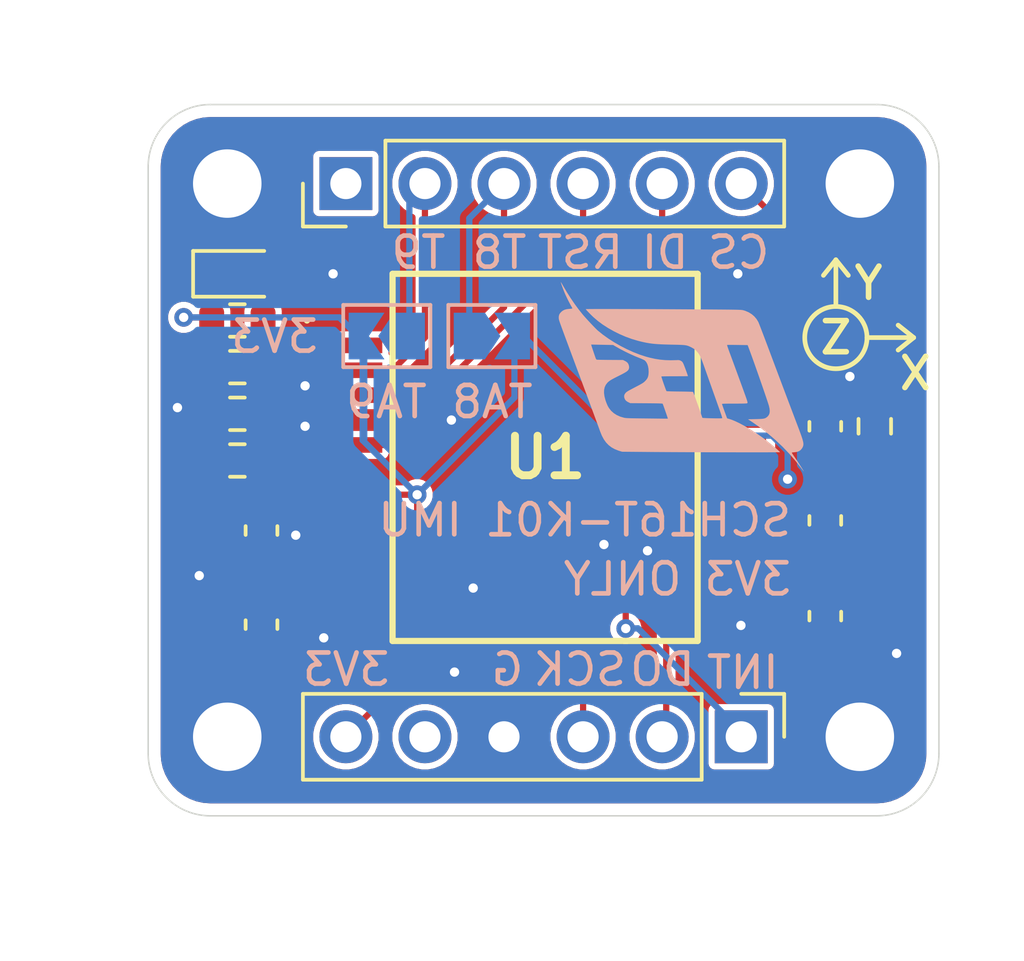
<source format=kicad_pcb>
(kicad_pcb (version 20241229) (generator "pcbnew") (generator_version "9.0")
  (layers (0 "F.Cu" signal) (2 "B.Cu" signal) (13 "F.Paste" user) (15 "B.Paste" user) (5 "F.SilkS" user "F.Silkscreen") (7 "B.SilkS" user "B.Silkscreen") (1 "F.Mask" user) (3 "B.Mask" user) (25 "Edge.Cuts" user))
  (net 0 "")
  (net 1 "GND")
  (net 2 "+3V3")
  (net 3 "Net-(U1-VREGD)")
  (net 4 "Net-(U1-VREGA)")
  (net 5 "Net-(D1-A)")
  (net 6 "/~{CS}")
  (net 7 "/RST")
  (net 8 "/TA9")
  (net 9 "/TA8")
  (net 10 "/MOSI")
  (net 13 "/DRY")
  (net 14 "/SCK")
  (net 15 "/MISO")
  (footprint "Resistor_SMD:R_0603_1608Metric" (layer "F.Cu") (at 25.725 55.2)
    (property "Reference" "R5" (hide yes))
    (property "Value" "1k" (hide yes))
    (fp_line (start -0.237258 -0.5225) (end 0.237258 -0.5225) (stroke (width 0.12)) (layer "F.SilkS"))
    (fp_line (start -0.237258 0.5225) (end 0.237258 0.5225) (stroke (width 0.12)) (layer "F.SilkS"))
    (pad "1" smd roundrect (at -0.825 0) (size 0.8 0.95) (layers "F.Cu" "F.Mask" "F.Paste") (net 2 "+3V3"))
    (pad "2" smd roundrect (at 0.825 0) (size 0.8 0.95) (layers "F.Cu" "F.Mask" "F.Paste") (net 5 "Net-(D1-A)"))
  )
  (footprint "Resistor_SMD:R_0603_1608Metric" (layer "F.Cu") (at 25.725 56.7 180)
    (property "Reference" "R4" (hide yes))
    (property "Value" "10k" (hide yes))
    (fp_line (start -0.237258 0.5225) (end 0.237258 0.5225) (stroke (width 0.12)) (layer "F.SilkS"))
    (fp_line (start -0.237258 -0.5225) (end 0.237258 -0.5225) (stroke (width 0.12)) (layer "F.SilkS"))
    (pad "1" smd roundrect (at -0.825 0 180) (size 0.8 0.95) (layers "F.Cu" "F.Mask" "F.Paste") (net 8 "/TA9"))
    (pad "2" smd roundrect (at 0.825 0 180) (size 0.8 0.95) (layers "F.Cu" "F.Mask" "F.Paste") (net 1 "GND"))
  )
  (footprint "MountingHole:MountingHole_2.2mm_M2_ISO7380_Pad" (layer "F.Cu") (at 45.72 50.8)
    (property "Reference" "H3" (hide yes))
    (property "Value" "MountingHole_Pad" (hide yes))
    (pad "1" thru_hole circle (at 0 0) (size 3.5 3.5) (drill 2.2) (layers "*.Cu" "*.Mask") (net 1 "GND"))
  )
  (footprint "FCU2025Lib:Untitled" (layer "F.Cu") (at 44.95 55.75)
    (property "Reference" "REF**" (hide yes))
    (property "Value" "Untitled" (hide yes))
    (fp_line (start 0 -2.5) (end -0.4 -2) (stroke (width 0.15)) (layer "F.SilkS"))
    (fp_line (start 0 -2.5) (end 0.4 -2) (stroke (width 0.15)) (layer "F.SilkS"))
    (fp_line (start 0 -1) (end 0 -2.5) (stroke (width 0.15)) (layer "F.SilkS"))
    (fp_line (start 1 0) (end 2.5 0) (stroke (width 0.15)) (layer "F.SilkS"))
    (fp_line (start 2.5 0) (end 2 -0.4) (stroke (width 0.15)) (layer "F.SilkS"))
    (fp_line (start 2.5 0) (end 2 0.4) (stroke (width 0.15)) (layer "F.SilkS"))
    (fp_circle (center 0 0) (end 1 0) (stroke (width 0.15)) (fill no) (layer "F.SilkS"))
    (fp_text user "Y" (at 1.05 -1.75 0) (layer "F.SilkS") (effects (font (thickness 0.18) (bold yes))))
    (fp_text user "Z" (at 0 0 0) (layer "F.SilkS") (effects (font (thickness 0.18) (bold yes))))
    (fp_text user "X" (at 2.55 1.15 0) (layer "F.SilkS") (effects (font (thickness 0.18) (bold yes))))
  )
  (footprint "MountingHole:MountingHole_2.2mm_M2_ISO7380_Pad" (layer "F.Cu") (at 45.72 68.58)
    (property "Reference" "H2" (hide yes))
    (property "Value" "MountingHole_Pad" (hide yes))
    (pad "1" thru_hole circle (at 0 0) (size 3.5 3.5) (drill 2.2) (layers "*.Cu" "*.Mask") (net 1 "GND"))
  )
  (footprint "Resistor_SMD:R_0603_1608Metric" (layer "F.Cu") (at 25.725 59.7)
    (property "Reference" "R2" (hide yes))
    (property "Value" "10k" (hide yes))
    (fp_line (start -0.237258 -0.5225) (end 0.237258 -0.5225) (stroke (width 0.12)) (layer "F.SilkS"))
    (fp_line (start -0.237258 0.5225) (end 0.237258 0.5225) (stroke (width 0.12)) (layer "F.SilkS"))
    (pad "1" smd roundrect (at -0.825 0) (size 0.8 0.95) (layers "F.Cu" "F.Mask" "F.Paste") (net 2 "+3V3"))
    (pad "2" smd roundrect (at 0.825 0) (size 0.8 0.95) (layers "F.Cu" "F.Mask" "F.Paste") (net 7 "/RST"))
  )
  (footprint "Connector_PinHeader_2.54mm:PinHeader_1x06_P2.54mm_Vertical" (layer "F.Cu") (at 29.21 50.8 90)
    (property "Reference" "J1" (hide yes))
    (property "Value" "Conn_01x06" (hide yes))
    (fp_line (start -1.38 -1.38) (end 0 -1.379999) (stroke (width 0.12)) (layer "F.SilkS"))
    (fp_line (start -1.379999 0) (end -1.38 -1.38) (stroke (width 0.12)) (layer "F.SilkS"))
    (fp_line (start 1.38 1.27) (end 1.38 14.08) (stroke (width 0.12)) (layer "F.SilkS"))
    (fp_line (start -1.38 1.27) (end 1.38 1.27) (stroke (width 0.12)) (layer "F.SilkS"))
    (fp_line (start -1.38 1.27) (end -1.38 14.08) (stroke (width 0.12)) (layer "F.SilkS"))
    (fp_line (start -1.38 14.08) (end 1.38 14.08) (stroke (width 0.12)) (layer "F.SilkS"))
    (pad "1" thru_hole rect (at 0 0 90) (size 1.7 1.7) (drill 1) (layers "*.Cu" "*.Mask"))
    (pad "2" thru_hole circle (at 0 2.54 90) (size 1.7 1.7) (drill 1) (layers "*.Cu" "*.Mask") (net 8 "/TA9"))
    (pad "3" thru_hole circle (at 0 5.079999 90) (size 1.7 1.7) (drill 1) (layers "*.Cu" "*.Mask") (net 9 "/TA8"))
    (pad "4" thru_hole circle (at 0 7.62 90) (size 1.7 1.7) (drill 1) (layers "*.Cu" "*.Mask") (net 7 "/RST"))
    (pad "5" thru_hole circle (at 0 10.16 90) (size 1.7 1.7) (drill 1) (layers "*.Cu" "*.Mask") (net 10 "/MOSI"))
    (pad "6" thru_hole circle (at 0 12.7 90) (size 1.7 1.7) (drill 1) (layers "*.Cu" "*.Mask") (net 6 "/~{CS}"))
  )
  (footprint "Connector_PinHeader_2.54mm:PinHeader_1x06_P2.54mm_Vertical" (layer "F.Cu") (at 41.91 68.58 -90)
    (property "Reference" "J2" (hide yes))
    (property "Value" "Conn_01x06" (hide yes))
    (fp_line (start -1.38 14.08) (end 1.38 14.08) (stroke (width 0.12)) (layer "F.SilkS"))
    (fp_line (start -1.38 1.27) (end -1.38 14.08) (stroke (width 0.12)) (layer "F.SilkS"))
    (fp_line (start -1.38 1.27) (end 1.38 1.27) (stroke (width 0.12)) (layer "F.SilkS"))
    (fp_line (start 1.38 1.27) (end 1.38 14.08) (stroke (width 0.12)) (layer "F.SilkS"))
    (fp_line (start -1.379999 0) (end -1.38 -1.38) (stroke (width 0.12)) (layer "F.SilkS"))
    (fp_line (start -1.38 -1.38) (end 0 -1.379999) (stroke (width 0.12)) (layer "F.SilkS"))
    (pad "1" thru_hole rect (at 0 0 270) (size 1.7 1.7) (drill 1) (layers "*.Cu" "*.Mask") (net 13 "/DRY"))
    (pad "2" thru_hole circle (at 0 2.54 270) (size 1.7 1.7) (drill 1) (layers "*.Cu" "*.Mask") (net 15 "/MISO"))
    (pad "3" thru_hole circle (at 0 5.079999 270) (size 1.7 1.7) (drill 1) (layers "*.Cu" "*.Mask") (net 14 "/SCK"))
    (pad "4" thru_hole circle (at 0 7.62 270) (size 1.7 1.7) (drill 1) (layers "*.Cu" "*.Mask") (net 1 "GND"))
    (pad "5" thru_hole circle (at 0 10.16 270) (size 1.7 1.7) (drill 1) (layers "*.Cu" "*.Mask"))
    (pad "6" thru_hole circle (at 0 12.7 270) (size 1.7 1.7) (drill 1) (layers "*.Cu" "*.Mask") (net 2 "+3V3"))
  )
  (footprint "Resistor_SMD:R_0603_1608Metric" (layer "F.Cu") (at 25.725 58.2 180)
    (property "Reference" "R3" (hide yes))
    (property "Value" "10k" (hide yes))
    (fp_line (start -0.237258 0.5225) (end 0.237258 0.5225) (stroke (width 0.12)) (layer "F.SilkS"))
    (fp_line (start -0.237258 -0.5225) (end 0.237258 -0.5225) (stroke (width 0.12)) (layer "F.SilkS"))
    (pad "1" smd roundrect (at -0.825 0 180) (size 0.8 0.95) (layers "F.Cu" "F.Mask" "F.Paste") (net 9 "/TA8"))
    (pad "2" smd roundrect (at 0.825 0 180) (size 0.8 0.95) (layers "F.Cu" "F.Mask" "F.Paste") (net 1 "GND"))
  )
  (footprint "Capacitor_SMD:C_0603_1608Metric" (layer "F.Cu") (at 44.61 64.7 -90)
    (property "Reference" "C4" (hide yes))
    (property "Value" "1uF" (hide yes))
    (fp_line (start -0.140581 0.51) (end 0.140581 0.51) (stroke (width 0.12)) (layer "F.SilkS"))
    (fp_line (start -0.140581 -0.51) (end 0.140581 -0.51) (stroke (width 0.12)) (layer "F.SilkS"))
    (pad "1" smd roundrect (at -0.775 0 270) (size 0.9 0.95) (layers "F.Cu" "F.Mask" "F.Paste") (net 3 "Net-(U1-VREGD)"))
    (pad "2" smd roundrect (at 0.775 0 270) (size 0.9 0.95) (layers "F.Cu" "F.Mask" "F.Paste") (net 1 "GND"))
  )
  (footprint "Resistor_SMD:R_0603_1608Metric" (layer "F.Cu") (at 46.2 58.6 90)
    (property "Reference" "R1" (hide yes))
    (property "Value" "10k" (hide yes))
    (fp_line (start -0.237258 -0.5225) (end 0.237258 -0.5225) (stroke (width 0.12)) (layer "F.SilkS"))
    (fp_line (start -0.237258 0.5225) (end 0.237258 0.5225) (stroke (width 0.12)) (layer "F.SilkS"))
    (pad "1" smd roundrect (at -0.825 0 90) (size 0.8 0.95) (layers "F.Cu" "F.Mask" "F.Paste") (net 2 "+3V3"))
    (pad "2" smd roundrect (at 0.825 0 90) (size 0.8 0.95) (layers "F.Cu" "F.Mask" "F.Paste") (net 6 "/~{CS}"))
  )
  (footprint "MountingHole:MountingHole_2.2mm_M2_ISO7380_Pad" (layer "F.Cu") (at 25.4 68.58)
    (property "Reference" "H1" (hide yes))
    (property "Value" "MountingHole_Pad" (hide yes))
    (pad "1" thru_hole circle (at 0 0) (size 3.5 3.5) (drill 2.2) (layers "*.Cu" "*.Mask") (net 1 "GND"))
  )
  (footprint "Capacitor_SMD:C_0603_1608Metric" (layer "F.Cu") (at 44.61 58.6 90)
    (property "Reference" "C3" (hide yes))
    (property "Value" "100nF" (hide yes))
    (fp_line (start -0.140581 -0.51) (end 0.140581 -0.51) (stroke (width 0.12)) (layer "F.SilkS"))
    (fp_line (start -0.140581 0.51) (end 0.140581 0.51) (stroke (width 0.12)) (layer "F.SilkS"))
    (pad "1" smd roundrect (at -0.775 0 90) (size 0.9 0.95) (layers "F.Cu" "F.Mask" "F.Paste") (net 2 "+3V3"))
    (pad "2" smd roundrect (at 0.775 0 90) (size 0.9 0.95) (layers "F.Cu" "F.Mask" "F.Paste") (net 1 "GND"))
  )
  (footprint "LED_SMD:LED_0603_1608Metric" (layer "F.Cu") (at 25.7875 53.7)
    (property "Reference" "D1" (hide yes))
    (property "Value" "LED" (hide yes))
    (fp_line (start -1.485 -0.735) (end -1.485 0.735) (stroke (width 0.12)) (layer "F.SilkS"))
    (fp_line (start -1.485 0.735) (end 0.8 0.735) (stroke (width 0.12)) (layer "F.SilkS"))
    (fp_line (start 0.8 -0.735) (end -1.485 -0.735) (stroke (width 0.12)) (layer "F.SilkS"))
    (pad "1" smd roundrect (at -0.7875 0) (size 0.875 0.95) (layers "F.Cu" "F.Mask" "F.Paste") (net 1 "GND"))
    (pad "2" smd roundrect (at 0.7875 0) (size 0.875 0.95) (layers "F.Cu" "F.Mask" "F.Paste") (net 5 "Net-(D1-A)"))
  )
  (footprint "Capacitor_SMD:C_0603_1608Metric" (layer "F.Cu") (at 26.5 64.975 -90)
    (property "Reference" "C5" (hide yes))
    (property "Value" "1uF" (hide yes))
    (fp_line (start -0.140581 0.51) (end 0.140581 0.51) (stroke (width 0.12)) (layer "F.SilkS"))
    (fp_line (start -0.140581 -0.51) (end 0.140581 -0.51) (stroke (width 0.12)) (layer "F.SilkS"))
    (pad "1" smd roundrect (at -0.775 0 270) (size 0.9 0.95) (layers "F.Cu" "F.Mask" "F.Paste") (net 4 "Net-(U1-VREGA)"))
    (pad "2" smd roundrect (at 0.775 0 270) (size 0.9 0.95) (layers "F.Cu" "F.Mask" "F.Paste") (net 1 "GND"))
  )
  (footprint "MountingHole:MountingHole_2.2mm_M2_ISO7380_Pad" (layer "F.Cu") (at 25.4 50.8)
    (property "Reference" "H4" (hide yes))
    (property "Value" "MountingHole_Pad" (hide yes))
    (pad "1" thru_hole circle (at 0 0) (size 3.5 3.5) (drill 2.2) (layers "*.Cu" "*.Mask") (net 1 "GND"))
  )
  (footprint "Capacitor_SMD:C_0603_1608Metric" (layer "F.Cu") (at 26.5 61.95 -90)
    (property "Reference" "C2" (hide yes))
    (property "Value" "100nF" (hide yes))
    (fp_line (start -0.140581 0.51) (end 0.140581 0.51) (stroke (width 0.12)) (layer "F.SilkS"))
    (fp_line (start -0.140581 -0.51) (end 0.140581 -0.51) (stroke (width 0.12)) (layer "F.SilkS"))
    (pad "1" smd roundrect (at -0.775 0 270) (size 0.9 0.95) (layers "F.Cu" "F.Mask" "F.Paste") (net 2 "+3V3"))
    (pad "2" smd roundrect (at 0.775 0 270) (size 0.9 0.95) (layers "F.Cu" "F.Mask" "F.Paste") (net 1 "GND"))
  )
  (footprint "FCU2025Lib:SCH16TK011" (layer "F.Cu") (at 35.61 59.6)
    (property "Reference" "U1" (at 0 0 0) (layer "F.SilkS") (effects (font (size 1.27 1.27) (thickness 0.254))))
    (property "Value" "SCH16T-K01-1" (hide yes))
    (fp_line (start -7.7 -4.4) (end -7.7 -4.4) (stroke (width 0.1)) (layer "F.SilkS"))
    (fp_line (start -7.6 -4.4) (end -7.6 -4.4) (stroke (width 0.1)) (layer "F.SilkS"))
    (fp_line (start -4.9 -5.9) (end 4.9 -5.9) (stroke (width 0.2)) (layer "F.SilkS"))
    (fp_line (start -4.9 5.9) (end -4.9 -5.9) (stroke (width 0.2)) (layer "F.SilkS"))
    (fp_line (start 4.9 -5.9) (end 4.9 5.9) (stroke (width 0.2)) (layer "F.SilkS"))
    (fp_line (start 4.9 5.9) (end -4.9 5.9) (stroke (width 0.2)) (layer "F.SilkS"))
    (fp_arc (start -7.7 -4.4) (mid -7.65 -4.45) (end -7.6 -4.4) (stroke (width 0.1)) (layer "F.SilkS"))
    (fp_arc (start -7.6 -4.4) (mid -7.649999 -4.35) (end -7.7 -4.4) (stroke (width 0.1)) (layer "F.SilkS"))
    (pad "1" smd rect (at -6.165 -4.4 90) (size 0.5 1.87) (layers "F.Cu" "F.Mask" "F.Paste") (net 1 "GND"))
    (pad "2" smd rect (at -6.165 -3.6 90) (size 0.5 1.87) (layers "F.Cu" "F.Mask" "F.Paste"))
    (pad "3" smd rect (at -6.165 -2.8 90) (size 0.5 1.87) (layers "F.Cu" "F.Mask" "F.Paste") (net 8 "/TA9"))
    (pad "4" smd rect (at -6.165 -2 90) (size 0.5 1.87) (layers "F.Cu" "F.Mask" "F.Paste") (net 9 "/TA8"))
    (pad "5" smd rect (at -6.165 -1.2 90) (size 0.5 1.87) (layers "F.Cu" "F.Mask" "F.Paste") (net 1 "GND"))
    (pad "6" smd rect (at -6.165 -0.4 90) (size 0.5 1.87) (layers "F.Cu" "F.Mask" "F.Paste") (net 7 "/RST"))
    (pad "7" smd rect (at -6.165 0.4 90) (size 0.5 1.87) (layers "F.Cu" "F.Mask" "F.Paste") (net 1 "GND"))
    (pad "8" smd rect (at -6.165 1.2 90) (size 0.5 1.87) (layers "F.Cu" "F.Mask" "F.Paste") (net 2 "+3V3"))
    (pad "9" smd rect (at -6.165 2 90) (size 0.5 1.87) (layers "F.Cu" "F.Mask" "F.Paste") (net 1 "GND"))
    (pad "10" smd rect (at -6.165 2.8 90) (size 0.5 1.87) (layers "F.Cu" "F.Mask" "F.Paste") (net 4 "Net-(U1-VREGA)"))
    (pad "11" smd rect (at -6.165 3.6 90) (size 0.5 1.87) (layers "F.Cu" "F.Mask" "F.Paste") (net 4 "Net-(U1-VREGA)"))
    (pad "12" smd rect (at -6.165 4.4 90) (size 0.5 1.87) (layers "F.Cu" "F.Mask" "F.Paste") (net 1 "GND"))
    (pad "13" smd rect (at 6.165 4.4 90) (size 0.5 1.87) (layers "F.Cu" "F.Mask" "F.Paste") (net 1 "GND"))
    (pad "14" smd rect (at 6.165 3.6 90) (size 0.5 1.87) (layers "F.Cu" "F.Mask" "F.Paste") (net 3 "Net-(U1-VREGD)"))
    (pad "15" smd rect (at 6.165 2.8 90) (size 0.5 1.87) (layers "F.Cu" "F.Mask" "F.Paste") (net 3 "Net-(U1-VREGD)"))
    (pad "16" smd rect (at 6.165 2 90) (size 0.5 1.87) (layers "F.Cu" "F.Mask" "F.Paste") (net 1 "GND"))
    (pad "17" smd rect (at 6.165 1.2 90) (size 0.5 1.87) (layers "F.Cu" "F.Mask" "F.Paste") (net 2 "+3V3"))
    (pad "18" smd rect (at 6.165 0.4 90) (size 0.5 1.87) (layers "F.Cu" "F.Mask" "F.Paste") (net 2 "+3V3"))
    (pad "19" smd rect (at 6.165 -0.4 90) (size 0.5 1.87) (layers "F.Cu" "F.Mask" "F.Paste") (net 15 "/MISO"))
    (pad "20" smd rect (at 6.165 -1.2 90) (size 0.5 1.87) (layers "F.Cu" "F.Mask" "F.Paste") (net 13 "/DRY"))
    (pad "21" smd rect (at 6.165 -2 90) (size 0.5 1.87) (layers "F.Cu" "F.Mask" "F.Paste") (net 14 "/SCK"))
    (pad "22" smd rect (at 6.165 -2.8 90) (size 0.5 1.87) (layers "F.Cu" "F.Mask" "F.Paste") (net 6 "/~{CS}"))
    (pad "23" smd rect (at 6.165 -3.6 90) (size 0.5 1.87) (layers "F.Cu" "F.Mask" "F.Paste") (net 10 "/MOSI"))
    (pad "24" smd rect (at 6.165 -4.4 90) (size 0.5 1.87) (layers "F.Cu" "F.Mask" "F.Paste") (net 1 "GND"))
  )
  (footprint "Capacitor_SMD:C_0603_1608Metric" (layer "F.Cu") (at 44.61 61.625 -90)
    (property "Reference" "C1" (hide yes))
    (property "Value" "1uF" (hide yes))
    (fp_line (start -0.140581 0.51) (end 0.140581 0.51) (stroke (width 0.12)) (layer "F.SilkS"))
    (fp_line (start -0.140581 -0.51) (end 0.140581 -0.51) (stroke (width 0.12)) (layer "F.SilkS"))
    (pad "1" smd roundrect (at -0.775 0 270) (size 0.9 0.95) (layers "F.Cu" "F.Mask" "F.Paste") (net 2 "+3V3"))
    (pad "2" smd roundrect (at 0.775 0 270) (size 0.9 0.95) (layers "F.Cu" "F.Mask" "F.Paste") (net 1 "GND"))
  )
  (footprint "Jumper:SolderJumper-2_P1.3mm_Open_TrianglePad1.0x1.5mm" (layer "B.Cu") (at 33.9 55.7)
    (property "Reference" "JP1" (hide yes))
    (property "Value" "SolderJumper_2_Open" (hide yes))
    (fp_line (start -1.4 -1) (end -1.4 1) (stroke (width 0.12)) (layer "B.SilkS"))
    (fp_line (start -1.4 1) (end 1.4 1) (stroke (width 0.12)) (layer "B.SilkS"))
    (fp_line (start 1.4 -1) (end -1.4 -1) (stroke (width 0.12)) (layer "B.SilkS"))
    (fp_line (start 1.4 1) (end 1.4 -1) (stroke (width 0.12)) (layer "B.SilkS"))
    (pad "1" smd custom (at -0.725 0) (size 0.3 0.3) (layers "B.Cu" "B.Mask") (net 9 "/TA8") (options (clearance outline) (anchor rect)) (primitives (gr_poly (pts (xy 1 0) (xy 0.5 -0.75) (xy -0.5 -0.75) (xy -0.5 0.75) (xy 0.5 0.75)) (width 0) (fill yes))))
    (pad "2" smd custom (at 0.725 0) (size 0.3 0.3) (layers "B.Cu" "B.Mask") (net 2 "+3V3") (options (clearance outline) (anchor rect)) (primitives (gr_poly (pts (xy 0.5 -0.75) (xy -0.65 -0.75) (xy -0.15 0) (xy -0.65 0.75) (xy 0.5 0.75)) (width 0) (fill yes))))
  )
  (footprint "LOGO" (layer "B.Cu") (at 40.1 57.1 180)
    (property "Reference" "G***" (hide yes))
    (property "Value" "LOGO" (hide yes))
    (fp_poly (pts (xy 3.986397 3.127194) (xy 3.979752 3.103631) (xy 3.968186 3.068048) (xy 3.952809 3.023526) (xy 3.934723 2.973155) (xy 3.915033 2.920014) (xy 3.894848 2.867191) (xy 3.875271 2.817769) (xy 3.858954 2.778435) (xy 3.8324 2.718683) (xy 3.799943 2.649362) (xy 3.764128 2.575602) (xy 3.727504 2.502538) (xy 3.692616 2.435301) (xy 3.662012 2.379023) (xy 3.652542 2.36245) (xy 3.634458 2.330252) (xy 3.621059 2.304288) (xy 3.614796 2.289358) (xy 3.614615 2.288159) (xy 3.623681 2.283789) (xy 3.648088 2.279366) (xy 3.683652 2.275525) (xy 3.709865 2.273693) (xy 3.791455 2.264775) (xy 3.858897 2.247232) (xy 3.916207 2.219637) (xy 3.964709 2.183006) (xy 4.010617 2.134009) (xy 4.038989 2.083603) (xy 4.051622 2.027559) (xy 4.051791 1.978401) (xy 4.051059 1.96731) (xy 4.050234 1.957004) (xy 4.048926 1.946368) (xy 4.046743 1.934287) (xy 4.043296 1.919646) (xy 4.038194 1.90133) (xy 4.031046 1.878224) (xy 4.021462 1.849213) (xy 4.009051 1.813182) (xy 3.993423 1.769016) (xy 3.974187 1.715602) (xy 3.950953 1.651821) (xy 3.92333 1.576562) (xy 3.890928 1.488707) (xy 3.853356 1.387144) (xy 3.810224 1.270755) (xy 3.761141 1.138428) (xy 3.705716 0.989046) (xy 3.697594 0.967154) (xy 3.668647 0.889205) (xy 3.634408 0.797126) (xy 3.596431 0.695093) (xy 3.556271 0.587276) (xy 3.515482 0.477846) (xy 3.475616 0.370976) (xy 3.438229 0.270837) (xy 3.435589 0.26377) (xy 3.376014 0.104167) (xy 3.315797 -0.057406) (xy 3.255477 -0.219492) (xy 3.195591 -0.380636) (xy 3.136678 -0.53938) (xy 3.079276 -0.694269) (xy 3.023924 -0.843843) (xy 2.971158 -0.98665) (xy 2.921519 -1.121231) (xy 2.875543 -1.246131) (xy 2.833769 -1.359891) (xy 2.796736 -1.461058) (xy 2.764981 -1.548172) (xy 2.739042 -1.619779) (xy 2.720839 -1.670538) (xy 2.666428 -1.804082) (xy 2.603886 -1.92049) (xy 2.532137 -2.020848) (xy 2.450105 -2.106239) (xy 2.356715 -2.17775) (xy 2.250891 -2.236464) (xy 2.131556 -2.283467) (xy 2.104498 -2.292006) (xy 2.017346 -2.318433) (xy 1.138115 -2.325981) (xy 1.017285 -2.326953) (xy 0.885496 -2.327893) (xy 0.74378 -2.3288) (xy 0.593173 -2.329671) (xy 0.434708 -2.330505) (xy 0.26942 -2.3313) (xy 0.098344 -2.332054) (xy -0.077488 -2.332765) (xy -0.257039 -2.333431) (xy -0.439277 -2.334051) (xy -0.623167 -2.334623) (xy -0.807675 -2.335144) (xy -0.991767 -2.335613) (xy -1.174408 -2.336029) (xy -1.354564 -2.336388) (xy -1.531201 -2.33669) (xy -1.703285 -2.336933) (xy -1.869781 -2.337114) (xy -2.029656 -2.337233) (xy -2.181874 -2.337286) (xy -2.325402 -2.337271) (xy -2.459206 -2.33719) (xy -2.582251 -2.337038) (xy -2.693504 -2.336813) (xy -2.791931 -2.336514) (xy -2.876493 -2.336138) (xy -2.946162 -2.335685) (xy -2.999901 -2.335153) (xy -3.036676 -2.334538) (xy -3.055453 -2.333841) (xy -3.05777 -2.333468) (xy -3.050471 -2.323021) (xy -3.029926 -2.302113) (xy -2.998159 -2.272468) (xy -2.957193 -2.235813) (xy -2.909057 -2.193875) (xy -2.855772 -2.148377) (xy -2.799364 -2.101047) (xy -2.741857 -2.053609) (xy -2.685278 -2.00779) (xy -2.631647 -1.965315) (xy -2.582995 -1.927911) (xy -2.574193 -1.921305) (xy -2.432166 -1.818099) (xy -2.289578 -1.720046) (xy -2.148255 -1.628191) (xy -2.010029 -1.54358) (xy -1.876723 -1.467259) (xy -1.750167 -1.400272) (xy -1.632187 -1.343668) (xy -1.524612 -1.298488) (xy -1.429269 -1.265781) (xy -1.427777 -1.265343) (xy -1.388095 -1.253717) (xy 0.547077 -1.253717) (xy 0.556398 -1.254469) (xy 0.58257 -1.254897) (xy 0.622913 -1.255001) (xy 0.674742 -1.254784) (xy 0.735373 -1.254242) (xy 0.779096 -1.253705) (xy 0.840869 -1.252907) (xy 0.918545 -1.251967) (xy 1.008492 -1.250926) (xy 1.107075 -1.249825) (xy 1.210662 -1.248704) (xy 1.315616 -1.247604) (xy 1.418306 -1.246562) (xy 1.445846 -1.246291) (xy 1.554916 -1.245108) (xy 1.646355 -1.243836) (xy 1.722068 -1.242399) (xy 1.78396 -1.240719) (xy 1.833939 -1.238721) (xy 1.873912 -1.236327) (xy 1.905784 -1.233461) (xy 1.931461 -1.230046) (xy 1.952849 -1.226006) (xy 1.953298 -1.225907) (xy 2.076247 -1.190244) (xy 2.18708 -1.140727) (xy 2.284921 -1.07798) (xy 2.368891 -1.002631) (xy 2.438113 -0.915305) (xy 2.473624 -0.854677) (xy 2.495621 -0.807696) (xy 2.519325 -0.750101) (xy 2.541462 -0.690172) (xy 2.554805 -0.649523) (xy 2.584261 -0.532265) (xy 2.59754 -0.425713) (xy 2.594595 -0.329545) (xy 2.575383 -0.243444) (xy 2.539857 -0.167089) (xy 2.487971 -0.100163) (xy 2.474574 -0.086879) (xy 2.451774 -0.066307) (xy 2.427245 -0.046748) (xy 2.398726 -0.026865) (xy 2.363952 -0.005327) (xy 2.320659 0.019201) (xy 2.266584 0.048054) (xy 2.199463 0.082561) (xy 2.117033 0.12406) (xy 2.11378 0.125686) (xy 2.031567 0.167312) (xy 1.965311 0.202268) (xy 1.913158 0.231903) (xy 1.873248 0.257562) (xy 1.843724 0.280595) (xy 1.822728 0.302347) (xy 1.808401 0.324167) (xy 1.798885 0.347401) (xy 1.796434 0.355795) (xy 1.790652 0.39533) (xy 1.795496 0.438957) (xy 1.796806 0.445046) (xy 1.814814 0.499963) (xy 1.843203 0.542696) (xy 1.885418 0.577459) (xy 1.921767 0.597705) (xy 1.987573 0.630116) (xy 2.398113 0.632602) (xy 2.486516 0.633246) (xy 2.569383 0.634058) (xy 2.644557 0.635001) (xy 2.709879 0.63604) (xy 2.763192 0.637137) (xy 2.802338 0.638256) (xy 2.825159 0.639362) (xy 2.829723 0.639886) (xy 2.845202 0.649559) (xy 2.859466 0.673063) (xy 2.870372 0.700901) (xy 2.893663 0.76817) (xy 2.917003 0.836302) (xy 2.939421 0.902386) (xy 2.959943 0.963516) (xy 2.977598 1.016786) (xy 2.991412 1.059287) (xy 3.000416 1.088112) (xy 3.003214 1.098085) (xy 3.010042 1.126437) (xy 2.657455 1.11939) (xy 2.304868 1.112342) (xy 2.23006 1.068114) (xy 2.079079 0.982738) (xy 1.918381 0.898948) (xy 1.754255 0.819796) (xy 1.592991 0.748338) (xy 1.466498 0.697319) (xy 1.41348 0.67615) (xy 1.364587 0.655033) (xy 1.323828 0.635816) (xy 1.295214 0.62035) (xy 1.286049 0.614067) (xy 1.243731 0.567443) (xy 1.209536 0.50534) (xy 1.184302 0.430407) (xy 1.168865 0.345292) (xy 1.164063 0.252646) (xy 1.164586 0.229577) (xy 1.170241 0.156032) (xy 1.182565 0.096341) (xy 1.203711 0.045347) (xy 1.235831 -0.002105) (xy 1.281081 -0.051172) (xy 1.282358 -0.052425) (xy 1.302129 -0.070922) (xy 1.323029 -0.088254) (xy 1.347382 -0.105831) (xy 1.377508 -0.12506) (xy 1.41573 -0.147349) (xy 1.46437 -0.174108) (xy 1.52575 -0.206743) (xy 1.602192 -0.246664) (xy 1.605385 -0.248322) (xy 1.683448 -0.289114) (xy 1.746043 -0.322464) (xy 1.795215 -0.349596) (xy 1.83301 -0.371733) (xy 1.861473 -0.390099) (xy 1.882651 -0.405916) (xy 1.898585 -0.420406) (xy 1.905387 -0.42772) (xy 1.937528 -0.473939) (xy 1.951449 -0.520789) (xy 1.948158 -0.572318) (xy 1.944982 -0.585598) (xy 1.924109 -0.637836) (xy 1.890871 -0.679587) (xy 1.842359 -0.714085) (xy 1.818137 -0.726525) (xy 1.753577 -0.757115) (xy 1.23872 -0.760432) (xy 1.119074 -0.761306) (xy 1.01771 -0.762289) (xy 0.93337 -0.763417) (xy 0.864797 -0.764727) (xy 0.810734 -0.766258) (xy 0.769925 -0.768046) (xy 0.741113 -0.770128) (xy 0.723039 -0.772541) (xy 0.714448 -0.775323) (xy 0.713723 -0.775967) (xy 0.708796 -0.787086) (xy 0.698674 -0.813645) (xy 0.684426 -0.852576) (xy 0.667123 -0.900813) (xy 0.647834 -0.955288) (xy 0.627629 -1.012934) (xy 0.607578 -1.070685) (xy 0.588751 -1.125472) (xy 0.572218 -1.17423) (xy 0.559048 -1.213891) (xy 0.550311 -1.241387) (xy 0.547078 -1.253652) (xy 0.547077 -1.253717) (xy -1.388095 -1.253717) (xy -1.355977 -1.244306) (xy -1.274211 -1.020249) (xy -1.251477 -0.957505) (xy -1.231149 -0.900537) (xy -1.214153 -0.852012) (xy -1.201413 -0.814593) (xy -1.193856 -0.790947) (xy -1.192145 -0.78398) (xy -1.196022 -0.780828) (xy -1.208788 -0.77823) (xy -1.231894 -0.776141) (xy -1.26679 -0.774517) (xy -1.314927 -0.773314) (xy -1.377755 -0.772487) (xy -1.456725 -0.771991) (xy -1.553289 -0.771782) (xy -1.590431 -0.77177) (xy -1.69678 -0.771611) (xy -1.784868 -0.771113) (xy -1.855971 -0.770239) (xy -1.911363 -0.768953) (xy -1.95232 -0.767217) (xy -1.980118 -0.764995) (xy -1.996031 -0.762253) (xy -2.000739 -0.760046) (xy -2.004708 -0.756493) (xy -2.008217 -0.753299) (xy -2.010916 -0.749411) (xy -2.012456 -0.743774) (xy -2.012486 -0.735337) (xy -2.010658 -0.723046) (xy -2.00662 -0.705847) (xy -2.000025 -0.682687) (xy -1.990521 -0.652514) (xy -1.97776 -0.614274) (xy -1.961391 -0.566914) (xy -1.941065 -0.50938) (xy -1.916433 -0.440619) (xy -1.887144 -0.359579) (xy -1.852849 -0.265206) (xy -1.813198 -0.156447) (xy -1.767842 -0.032248) (xy -1.716431 0.108443) (xy -1.67217 0.229577) (xy -1.637127 0.325363) (xy -1.600449 0.42538) (xy -1.56349 0.525952) (xy -1.527601 0.623408) (xy -1.494137 0.714072) (xy -1.46445 0.794273) (xy -1.439893 0.860334) (xy -1.436759 0.868736) (xy -1.413144 0.93295) (xy -1.392455 0.991063) (xy -1.375516 1.040607) (xy -1.363148 1.079118) (xy -1.356175 1.10413) (xy -1.355244 1.113104) (xy -1.366485 1.11433) (xy -1.394929 1.115171) (xy -1.438243 1.115623) (xy -1.494094 1.115682) (xy -1.56015 1.11534) (xy -1.634078 1.114595) (xy -1.689215 1.11383) (xy -2.015623 1.108808) (xy -2.063206 0.981808) (xy -2.091541 0.905467) (xy -2.123758 0.817413) (xy -2.159276 0.719319) (xy -2.19751 0.61286) (xy -2.237881 0.499707) (xy -2.279804 0.381535) (xy -2.322696 0.260017) (xy -2.365975 0.136827) (xy -2.409059 0.013634) (xy -2.451365 -0.107882) (xy -2.492311 -0.226054) (xy -2.531313 -0.339203) (xy -2.56779 -0.44566) (xy -2.601159 -0.54375) (xy -2.630837 -0.6318) (xy -2.656242 -0.708136) (xy -2.67679 -0.771087) (xy -2.691901 -0.818977) (xy -2.700934 -0.849923) (xy -2.720023 -0.93924) (xy -2.725965 -1.015424) (xy -2.718522 -1.080008) (xy -2.697458 -1.134524) (xy -2.662534 -1.180504) (xy -2.64765 -1.194303) (xy -2.623385 -1.214025) (xy -2.60006 -1.22968) (xy -2.575004 -1.2418) (xy -2.545545 -1.250919) (xy -2.509014 -1.257572) (xy -2.462738 -1.262291) (xy -2.404048 -1.26561) (xy -2.330272 -1.268062) (xy -2.271346 -1.269481) (xy -2.027116 -1.274885) (xy -2.173654 -1.37125) (xy -2.425271 -1.546644) (xy -2.671767 -1.738065) (xy -2.910674 -1.943202) (xy -3.139524 -2.159749) (xy -3.35585 -2.385395) (xy -3.557183 -2.617833) (xy -3.699613 -2.798883) (xy -3.7441 -2.857757) (xy -3.777676 -2.901573) (xy -3.800934 -2.931066) (xy -3.81447 -2.946969) (xy -3.818878 -2.950016) (xy -3.814755 -2.940941) (xy -3.814533 -2.940538) (xy -3.791467 -2.900773) (xy -3.759452 -2.848341) (xy -3.720679 -2.786625) (xy -3.677336 -2.71901) (xy -3.631615 -2.648882) (xy -3.585705 -2.579624) (xy -3.541795 -2.514622) (xy -3.502076 -2.45726) (xy -3.499376 -2.453429) (xy -3.47291 -2.414841) (xy -3.451867 -2.382036) (xy -3.438188 -2.358207) (xy -3.433818 -2.346548) (xy -3.434041 -2.346087) (xy -3.445955 -2.34268) (xy -3.472512 -2.338833) (xy -3.508846 -2.335196) (xy -3.524945 -2.333952) (xy -3.603502 -2.322318) (xy -3.667785 -2.298805) (xy -3.719956 -2.262101) (xy -3.762179 -2.210891) (xy -3.780636 -2.178651) (xy -3.792888 -2.151778) (xy -3.801596 -2.124532) (xy -3.806388 -2.095221) (xy -3.806896 -2.06215) (xy -3.802751 -2.023624) (xy -3.793583 -1.977951) (xy -3.779024 -1.923439) (xy -3.758705 -1.858389) (xy -3.732253 -1.781111) (xy -3.699303 -1.689911) (xy -3.659485 -1.583094) (xy -3.639001 -1.528884) (xy -3.553402 -1.302983) (xy -3.474018 -1.093392) (xy -3.400114 -0.898162) (xy -3.330954 -0.715344) (xy -3.265803 -0.542987) (xy -3.203928 -0.379141) (xy -3.144592 -0.221856) (xy -3.087059 -0.069184) (xy -3.030595 0.080826) (xy -2.974466 0.230124) (xy -2.917935 0.38066) (xy -2.860268 0.534383) (xy -2.800729 0.693244) (xy -2.738584 0.859191) (xy -2.729254 0.884115) (xy -2.681139 1.012448) (xy -2.634406 1.136691) (xy -2.589575 1.255481) (xy -2.54717 1.367453) (xy -2.507713 1.47124) (xy -2.471725 1.565479) (xy -2.439729 1.648799) (xy -2.412247 1.71984) (xy -2.3898 1.777233) (xy -2.372912 1.819613) (xy -2.362103 1.845615) (xy -2.359528 1.85127) (xy -2.302473 1.946524) (xy -2.229787 2.031584) (xy -2.143313 2.105004) (xy -2.044896 2.165334) (xy -1.936374 2.211128) (xy -1.880577 2.227691) (xy -1.869575 2.230431) (xy -1.858192 2.23292) (xy -1.845448 2.235177) (xy -1.830365 2.237222) (xy -1.811966 2.23907) (xy -1.78927 2.240744) (xy -1.7613 2.242259) (xy -1.72708 2.243636) (xy -1.685628 2.244894) (xy -1.635966 2.246052) (xy -1.577117 2.247127) (xy -1.508102 2.248139) (xy -1.427943 2.249107) (xy -1.33566 2.250049) (xy -1.230277 2.250985) (xy -1.110813 2.251932) (xy -0.976292 2.25291) (xy -0.825734 2.253937) (xy -0.658161 2.255033) (xy -0.472595 2.256217) (xy -0.356577 2.256948) (xy -0.084611 2.258619) (xy 0.181017 2.260171) (xy 0.43967 2.261601) (xy 0.690713 2.262909) (xy 0.933513 2.264094) (xy 1.167432 2.265153) (xy 1.391837 2.266086) (xy 1.606093 2.266891) (xy 1.809563 2.267568) (xy 2.001613 2.268114) (xy 2.181609 2.268529) (xy 2.348915 2.26881) (xy 2.502895 2.268959) (xy 2.642916 2.268969) (xy 2.768341 2.268844) (xy 2.878536 2.268581) (xy 2.972866 2.268179) (xy 3.050696 2.267635) (xy 3.11139 2.266949) (xy 3.154313 2.26612) (xy 3.178831 2.265147) (xy 3.184769 2.264282) (xy 3.178154 2.253772) (xy 3.159885 2.232121) (xy 3.13233 2.2018) (xy 3.097855 2.165277) (xy 3.058824 2.125021) (xy 3.017606 2.083503) (xy 2.976565 2.043192) (xy 2.938068 2.006556) (xy 2.935654 2.004308) (xy 2.796304 1.884901) (xy 2.640457 1.769645) (xy 2.470976 1.660055) (xy 2.290723 1.557644) (xy 2.10256 1.463925) (xy 1.909351 1.38041) (xy 1.713955 1.308615) (xy 1.51924 1.250052) (xy 1.499027 1.244752) (xy 1.403591 1.220832) (xy 1.314891 1.200411) (xy 1.230181 1.183175) (xy 1.146716 1.168814) (xy 1.061751 1.157015) (xy 0.972539 1.147465) (xy 0.876335 1.139853) (xy 0.770393 1.133867) (xy 0.651967 1.129195) (xy 0.518312 1.125524) (xy 0.43473 1.123769) (xy 0.325162 1.1216) (xy 0.23298 1.119474) (xy 0.156039 1.117107) (xy 0.092193 1.114215) (xy 0.039289 1.110516) (xy -0.004815 1.105727) (xy -0.04227 1.099564) (xy -0.075222 1.091745) (xy -0.105819 1.081985) (xy -0.136209 1.070002) (xy -0.168539 1.055512) (xy -0.201538 1.039871) (xy -0.288744 0.990238) (xy -0.362128 0.930331) (xy -0.425945 0.856423) (xy -0.449331 0.822739) (xy -0.46302 0.801378) (xy -0.475765 0.779994) (xy -0.488253 0.756879) (xy -0.501163 0.730325) (xy -0.515181 0.698624) (xy -0.530989 0.660069) (xy -0.549271 0.612952) (xy -0.570712 0.555566) (xy -0.595994 0.486202) (xy -0.625801 0.403153) (xy -0.660816 0.304711) (xy -0.692615 0.214923) (xy -0.724261 0.125526) (xy -0.760919 0.022072) (xy -0.801045 -0.091088) (xy -0.843096 -0.209603) (xy -0.885528 -0.329124) (xy -0.926798 -0.445301) (xy -0.965362 -0.553783) (xy -0.975138 -0.581269) (xy -1.019632 -0.706393) (xy -1.057987 -0.814395) (xy -1.09063 -0.906555) (xy -1.117989 -0.984153) (xy -1.140493 -1.048468) (xy -1.15857 -1.10078) (xy -1.172648 -1.142368) (xy -1.183156 -1.174512) (xy -1.190521 -1.198492) (xy -1.195171 -1.215587) (xy -1.197536 -1.227076) (xy -1.198043 -1.23424) (xy -1.19712 -1.238359) (xy -1.195673 -1.240291) (xy -1.183574 -1.242673) (xy -1.155056 -1.244299) (xy -1.112946 -1.245225) (xy -1.060073 -1.245513) (xy -0.999266 -1.24522) (xy -0.933355 -1.244406) (xy -0.86517 -1.24313) (xy -0.797538 -1.24145) (xy -0.733289 -1.239427) (xy -0.675252 -1.237118) (xy -0.626257 -1.234584) (xy -0.589132 -1.231883) (xy -0.566709 -1.229074) (xy -0.56126 -1.227046) (xy -0.542123 -1.17093) (xy -0.519568 -1.105687) (xy -0.494373 -1.03348) (xy -0.467309 -0.956464) (xy -0.43915 -0.876803) (xy -0.410669 -0.796657) (xy -0.382638 -0.718184) (xy -0.355831 -0.643546) (xy -0.331021 -0.5749) (xy -0.308982 -0.51441) (xy -0.290486 -0.464233) (xy -0.276306 -0.426531) (xy -0.267216 -0.403463) (xy -0.264182 -0.397043) (xy -0.251574 -0.39422) (xy -0.219976 -0.391626) (xy -0.169939 -0.389279) (xy -0.102011 -0.387196) (xy -0.01674 -0.385396) (xy 0.085323 -0.383897) (xy 0.163597 -0.383062) (xy 0.257856 -0.381981) (xy 0.343925 -0.380587) (xy 0.420019 -0.378934) (xy 0.484355 -0.377077) (xy 0.535148 -0.37507) (xy 0.570612 -0.372967) (xy 0.588964 -0.370822) (xy 0.591038 -0.370052) (xy 0.597082 -0.358434) (xy 0.608062 -0.331643) (xy 0.622917 -0.292724) (xy 0.640578 -0.244728) (xy 0.659983 -0.190705) (xy 0.680066 -0.1337) (xy 0.699763 -0.076765) (xy 0.71801 -0.022948) (xy 0.733742 0.024702) (xy 0.745894 0.063135) (xy 0.7534 0.089304) (xy 0.755214 0.100135) (xy 0.744887 0.101672) (xy 0.717033 0.1031) (xy 0.673661 0.104383) (xy 0.616781 0.105489) (xy 0.548404 0.106382) (xy 0.47054 0.107028) (xy 0.385199 0.107392) (xy 0.326692 0.107462) (xy 0.237756 0.107551) (xy 0.155146 0.107808) (xy 0.080846 0.108211) (xy 0.016842 0.108745) (xy -0.034883 0.109387) (xy -0.072344 0.110121) (xy -0.093557 0.110927) (xy -0.097692 0.111488) (xy -0.094364 0.125443) (xy -0.085204 0.154232) (xy -0.071454 0.194473) (xy -0.054354 0.242791) (xy -0.035145 0.295801) (xy -0.015066 0.350126) (xy 0.004642 0.402384) (xy 0.022738 0.449196) (xy 0.037982 0.487181) (xy 0.049133 0.512961) (xy 0.051216 0.517261) (xy 0.071035 0.553263) (xy 0.089566 0.576987) (xy 0.112333 0.594467) (xy 0.131715 0.605184) (xy 0.156541 0.616949) (xy 0.178633 0.623962) (xy 0.203924 0.627089) (xy 0.238349 0.627193) (xy 0.273369 0.625826) (xy 0.458149 0.621464) (xy 0.630725 0.626556) (xy 0.79631 0.641702) (xy 0.960118 0.667505) (xy 1.127363 0.704565) (xy 1.254192 0.738949) (xy 1.452684 0.803601) (xy 1.656712 0.883549) (xy 1.862692 0.976852) (xy 2.067043 1.081569) (xy 2.266182 1.195758) (xy 2.456526 1.317478) (xy 2.634491 1.444788) (xy 2.792922 1.572663) (xy 2.822073 1.599478) (xy 2.861817 1.638499) (xy 2.909843 1.687264) (xy 2.963839 1.743309) (xy 3.02149 1.804172) (xy 3.080486 1.867391) (xy 3.138512 1.930503) (xy 3.193257 1.991045) (xy 3.242407 2.046555) (xy 3.283651 2.09457) (xy 3.28852 2.100385) (xy 3.413903 2.25766) (xy 3.541086 2.430732) (xy 3.667819 2.616285) (xy 3.791852 2.811002) (xy 3.910936 3.011566) (xy 3.932877 3.050169) (xy 3.953682 3.086059) (xy 3.971242 3.114544) (xy 3.983248 3.131974) (xy 3.987015 3.13565)) (fill yes) (layer "B.SilkS"))
  )
  (footprint "Jumper:SolderJumper-2_P1.3mm_Open_TrianglePad1.0x1.5mm" (layer "B.Cu") (at 30.524999 55.7 180)
    (property "Reference" "JP2" (hide yes))
    (property "Value" "SolderJumper_2_Open" (hide yes))
    (fp_line (start 1.4 1) (end 1.4 -1) (stroke (width 0.12)) (layer "B.SilkS"))
    (fp_line (start 1.4 -1) (end -1.4 -1) (stroke (width 0.12)) (layer "B.SilkS"))
    (fp_line (start -1.4 1) (end 1.4 1) (stroke (width 0.12)) (layer "B.SilkS"))
    (fp_line (start -1.4 -1) (end -1.4 1) (stroke (width 0.12)) (layer "B.SilkS"))
    (pad "1" smd custom (at -0.724999 0 180) (size 0.3 0.3) (layers "B.Cu" "B.Mask") (net 8 "/TA9") (options (clearance outline) (anchor rect)) (primitives (gr_poly (pts (xy 1 0) (xy 0.5 -0.75) (xy -0.5 -0.75) (xy -0.5 0.75) (xy 0.5 0.75)) (width 0) (fill yes))))
    (pad "2" smd custom (at 0.724999 0 180) (size 0.3 0.3) (layers "B.Cu" "B.Mask") (net 2 "+3V3") (options (clearance outline) (anchor rect)) (primitives (gr_poly (pts (xy 0.5 -0.75) (xy -0.65 -0.75) (xy -0.15 0) (xy -0.65 0.75) (xy 0.5 0.75)) (width 0) (fill yes))))
  )
  (gr_arc (start 22.86 50.26) (mid 23.445786 48.845786) (end 24.86 48.26) (stroke (width 0.05)) (layer "Edge.Cuts"))
  (gr_line (start 46.26 71.12) (end 24.86 71.12) (stroke (width 0.05)) (layer "Edge.Cuts"))
  (gr_line (start 24.86 48.26) (end 46.26 48.26) (stroke (width 0.05)) (layer "Edge.Cuts"))
  (gr_line (start 22.86 69.12) (end 22.86 50.26) (stroke (width 0.05)) (layer "Edge.Cuts"))
  (gr_line (start 48.26 50.26) (end 48.26 69.12) (stroke (width 0.05)) (layer "Edge.Cuts"))
  (gr_arc (start 24.86 71.12) (mid 23.445786 70.534214) (end 22.86 69.12) (stroke (width 0.05)) (layer "Edge.Cuts"))
  (gr_arc (start 48.26 69.12) (mid 47.674214 70.534214) (end 46.26 71.12) (stroke (width 0.05)) (layer "Edge.Cuts"))
  (gr_arc (start 46.26 48.26) (mid 47.674214 48.845786) (end 48.26 50.26) (stroke (width 0.05)) (layer "Edge.Cuts"))
  (gr_text "INT" (at 43.2 67.1 0) (layer "B.SilkS") (effects (font (size 1 1)) (justify left bottom mirror)))
  (gr_text "3V3" (at 30.7 67 0) (layer "B.SilkS") (effects (font (size 1 1)) (justify left bottom mirror)))
  (gr_text "3V3" (at 28.4 56.3 0) (layer "B.SilkS") (effects (font (size 1 1)) (justify left bottom mirror)))
  (gr_text "DI" (at 40.3 53.6 0) (layer "B.SilkS") (effects (font (size 1 1)) (justify left bottom mirror)))
  (gr_text "3V3 ONLY" (at 43.6 64.1 0) (layer "B.SilkS") (effects (font (size 1 1)) (justify left bottom mirror)))
  (gr_text "SCH16T-K01 IMU\n" (at 43.6 62.2 0) (layer "B.SilkS") (effects (font (size 1 1)) (justify left bottom mirror)))
  (gr_text "TA9" (at 31.9 58.4 0) (layer "B.SilkS") (effects (font (size 1 1)) (justify left bottom mirror)))
  (gr_text "T9" (at 32.5 53.6 0) (layer "B.SilkS") (effects (font (size 1 1)) (justify left bottom mirror)))
  (gr_text "CS" (at 42.9 53.6 0) (layer "B.SilkS") (effects (font (size 1 1)) (justify left bottom mirror)))
  (gr_text "G" (at 35 67 0) (layer "B.SilkS") (effects (font (size 1 1)) (justify left bottom mirror)))
  (gr_text "DO" (at 40.5 67 0) (layer "B.SilkS") (effects (font (size 1 1)) (justify left bottom mirror)))
  (gr_text "RST\n" (at 38.2 53.6 0) (layer "B.SilkS") (effects (font (size 1 1)) (justify left bottom mirror)))
  (gr_text "T8" (at 35.1 53.6 0) (layer "B.SilkS") (effects (font (size 1 1)) (justify left bottom mirror)))
  (gr_text "TA8" (at 35.3 58.4 0) (layer "B.SilkS") (effects (font (size 1 1)) (justify left bottom mirror)))
  (gr_text "SCK\n" (at 38.3 67 0) (layer "B.SilkS") (effects (font (size 1 1)) (justify left bottom mirror)))
  (via (at 41.9 65) (size 0.6) (drill 0.3) (layers "F.Cu" "B.Cu") (net 1))
  (via (at 32.7 66.5) (size 0.6) (drill 0.3) (layers "F.Cu" "B.Cu") (net 1))
  (via (at 45.4 57) (size 0.6) (drill 0.3) (layers "F.Cu" "B.Cu") (net 1))
  (via (at 32.6 58.4) (size 0.6) (drill 0.3) (layers "F.Cu" "B.Cu") (net 1))
  (via (at 33.3 63.8) (size 0.6) (drill 0.3) (layers "F.Cu" "B.Cu") (net 1))
  (via (at 27.9 57.3) (size 0.6) (drill 0.3) (layers "F.Cu" "B.Cu") (net 1))
  (via (at 46.9 65.9) (size 0.6) (drill 0.3) (layers "F.Cu" "B.Cu") (net 1))
  (via (at 38.9 62.6) (size 0.6) (drill 0.3) (layers "F.Cu" "B.Cu") (net 1))
  (via (at 28.8 53.7) (size 0.6) (drill 0.3) (layers "F.Cu" "B.Cu") (net 1))
  (via (at 37.5 62.4) (size 0.6) (drill 0.3) (layers "F.Cu" "B.Cu") (net 1))
  (via (at 27.9 58.6) (size 0.6) (drill 0.3) (layers "F.Cu" "B.Cu") (net 1))
  (via (at 23.8 58) (size 0.6) (drill 0.3) (layers "F.Cu" "B.Cu") (net 1))
  (via (at 41.8 53.7) (size 0.6) (drill 0.3) (layers "F.Cu" "B.Cu") (net 1))
  (via (at 28.5 65.4) (size 0.6) (drill 0.3) (layers "F.Cu" "B.Cu") (net 1))
  (via (at 27.6 62.1) (size 0.6) (drill 0.3) (layers "F.Cu" "B.Cu") (net 1))
  (via (at 24.5 63.4) (size 0.6) (drill 0.3) (layers "F.Cu" "B.Cu") (net 1))
  (segment (start 26.875 60.8) (end 26.5 61.175) (width 0.2) (layer "F.Cu") (net 2))
  (segment (start 29.21 68.58) (end 31.5 66.29) (width 0.2) (layer "F.Cu") (net 2))
  (segment (start 26.475 61.175) (end 26.5 61.175) (width 0.2) (layer "F.Cu") (net 2))
  (segment (start 41.675 60.9) (end 41.775 60.8) (width 0.2) (layer "F.Cu") (net 2))
  (segment (start 31.5 66.29) (end 31.5 60.8) (width 0.2) (layer "F.Cu") (net 2))
  (segment (start 24.9 59.6) (end 26.475 61.175) (width 0.2) (layer "F.Cu") (net 2))
  (segment (start 29.445 60.8) (end 31.5 60.8) (width 0.2) (layer "F.Cu") (net 2))
  (segment (start 29.445 60.8) (end 26.875 60.8) (width 0.2) (layer "F.Cu") (net 2))
  (segment (start 24.8 55.1) (end 24.9 55.2) (width 0.2) (layer "F.Cu") (net 2))
  (segment (start 24 55.1) (end 24.8 55.1) (width 0.2) (layer "F.Cu") (net 2))
  (segment (start 44.509999 60.8) (end 44.61 60.900001) (width 0.2) (layer "F.Cu") (net 2))
  (segment (start 44.66 59.425) (end 44.61 59.375) (width 0.2) (layer "F.Cu") (net 2))
  (via (at 24 55.1) (size 0.6) (drill 0.3) (layers "F.Cu" "B.Cu") (net 2))
  (via (at 31.5 60.8) (size 0.6) (drill 0.3) (layers "F.Cu" "B.Cu") (net 2))
  (via (at 43.4 60.3) (size 0.6) (drill 0.3) (layers "F.Cu" "B.Cu") (net 2))
  (segment (start 34.9 55.7) (end 34.625 55.7) (width 0.2) (layer "B.Cu") (net 2))
  (segment (start 43.4 59.4) (end 42.9 58.9) (width 0.2) (layer "B.Cu") (net 2))
  (segment (start 29 55.1) (end 24 55.1) (width 0.2) (layer "B.Cu") (net 2))
  (segment (start 42.9 58.9) (end 38.1 58.9) (width 0.2) (layer "B.Cu") (net 2))
  (segment (start 29.8 55.7) (end 29.8 59) (width 0.2) (layer "B.Cu") (net 2))
  (segment (start 43.4 60.3) (end 43.4 59.4) (width 0.2) (layer "B.Cu") (net 2))
  (segment (start 29.75 59.05) (end 29.75 55.85) (width 0.2) (layer "B.Cu") (net 2))
  (segment (start 38.1 58.9) (end 34.9 55.7) (width 0.2) (layer "B.Cu") (net 2))
  (segment (start 31.5 60.8) (end 29.75 59.05) (width 0.2) (layer "B.Cu") (net 2))
  (segment (start 29.75 55.85) (end 29 55.1) (width 0.2) (layer "B.Cu") (net 2))
  (segment (start 34.625 55.7) (end 34.625 57.675) (width 0.2) (layer "B.Cu") (net 2))
  (segment (start 34.625 57.675) (end 31.5 60.8) (width 0.2) (layer "B.Cu") (net 2))
  (segment (start 29.8 59) (end 29.75 59.05) (width 0.2) (layer "B.Cu") (net 2))
  (segment (start 43.885 63.2) (end 44.61 63.925) (width 0.2) (layer "F.Cu") (net 3))
  (segment (start 41.775 63.2) (end 43.885 63.2) (width 0.2) (layer "F.Cu") (net 3))
  (segment (start 41.775 63.2) (end 41.775 62.4) (width 0.2) (layer "F.Cu") (net 3))
  (segment (start 27.5 63.2) (end 29.445 63.2) (width 0.2) (layer "F.Cu") (net 4))
  (segment (start 26.5 64.2) (end 27.5 63.2) (width 0.2) (layer "F.Cu") (net 4))
  (segment (start 29.445 63.2) (end 29.445 62.4) (width 0.2) (layer "F.Cu") (net 4))
  (segment (start 26.575 53.7) (end 26.575 55.175) (width 0.2) (layer "F.Cu") (net 5))
  (segment (start 26.575 55.175) (end 26.55 55.2) (width 0.2) (layer "F.Cu") (net 5))
  (segment (start 46.2 56.34) (end 44.56 54.7) (width 0.2) (layer "F.Cu") (net 6))
  (segment (start 44.56 54.7) (end 44.56 53.45) (width 0.2) (layer "F.Cu") (net 6))
  (segment (start 46.2 57.775) (end 46.2 56.34) (width 0.2) (layer "F.Cu") (net 6))
  (segment (start 44.56 56.2) (end 44.56 54.7) (width 0.2) (layer "F.Cu") (net 6))
  (segment (start 43.96 56.8) (end 41.775 56.8) (width 0.2) (layer "F.Cu") (net 6))
  (segment (start 41.91 50.8) (end 44.56 53.45) (width 0.2) (layer "F.Cu") (net 6))
  (segment (start 44.56 56.2) (end 43.96 56.8) (width 0.2) (layer "F.Cu") (net 6))
  (segment (start 26.55 59.6) (end 26.95 59.2) (width 0.2) (layer "F.Cu") (net 7))
  (segment (start 26.95 59.2) (end 29.445 59.2) (width 0.2) (layer "F.Cu") (net 7))
  (segment (start 36.83 50.8) (end 36.83 52.802) (width 0.2) (layer "F.Cu") (net 7))
  (segment (start 36.83 52.802) (end 30.432 59.2) (width 0.2) (layer "F.Cu") (net 7))
  (segment (start 30.432 59.2) (end 29.445 59.2) (width 0.2) (layer "F.Cu") (net 7))
  (segment (start 29.345 59.3) (end 29.445 59.2) (width 0.2) (layer "F.Cu") (net 7))
  (segment (start 29.445 56.8) (end 30.7 56.8) (width 0.2) (layer "F.Cu") (net 8))
  (segment (start 31.75 55.75) (end 31.75 50.8) (width 0.2) (layer "F.Cu") (net 8))
  (segment (start 29.345 56.7) (end 29.445 56.8) (width 0.2) (layer "F.Cu") (net 8))
  (segment (start 30.7 56.8) (end 31.75 55.75) (width 0.2) (layer "F.Cu") (net 8))
  (segment (start 26.55 56.7) (end 29.345 56.7) (width 0.2) (layer "F.Cu") (net 8))
  (segment (start 31.249998 55.7) (end 31.249998 51.300002) (width 0.2) (layer "B.Cu") (net 8))
  (segment (start 31.249998 51.300002) (end 31.75 50.8) (width 0.2) (layer "B.Cu") (net 8))
  (segment (start 26.751 57.999) (end 26.55 58.2) (width 0.2) (layer "F.Cu") (net 9))
  (segment (start 28.050943 57.999) (end 26.751 57.999) (width 0.2) (layer "F.Cu") (net 9))
  (segment (start 31.4649 57.6) (end 29.445 57.6) (width 0.2) (layer "F.Cu") (net 9))
  (segment (start 29.445 57.6) (end 28.449943 57.6) (width 0.2) (layer "F.Cu") (net 9))
  (segment (start 34.289999 50.8) (end 34.289999 54.774901) (width 0.2) (layer "F.Cu") (net 9))
  (segment (start 34.289999 54.774901) (end 31.4649 57.6) (width 0.2) (layer "F.Cu") (net 9))
  (segment (start 28.449943 57.6) (end 28.050943 57.999) (width 0.2) (layer "F.Cu") (net 9))
  (segment (start 33.175 51.914999) (end 34.289999 50.8) (width 0.2) (layer "B.Cu") (net 9))
  (segment (start 33.175 55.7) (end 33.175 51.914999) (width 0.2) (layer "B.Cu") (net 9))
  (segment (start 40.64 56) (end 41.775 56) (width 0.2) (layer "F.Cu") (net 10))
  (segment (start 39.37 54.73) (end 40.64 56) (width 0.2) (layer "F.Cu") (net 10))
  (segment (start 39.37 50.8) (end 39.37 54.73) (width 0.2) (layer "F.Cu") (net 10))
  (segment (start 38.2 60.7671) (end 40.5671 58.4) (width 0.2) (layer "F.Cu") (net 13))
  (segment (start 40.5671 58.4) (end 41.775 58.4) (width 0.2) (layer "F.Cu") (net 13))
  (segment (start 38.2 65.1) (end 38.2 60.7671) (width 0.2) (layer "F.Cu") (net 13))
  (via (at 38.2 65.1) (size 0.6) (drill 0.3) (layers "F.Cu" "B.Cu") (net 13))
  (segment (start 38.204017 65.095983) (end 38.595983 65.095983) (width 0.2) (layer "B.Cu") (net 13))
  (segment (start 38.2 65.1) (end 38.204017 65.095983) (width 0.2) (layer "B.Cu") (net 13))
  (segment (start 38.595983 65.095983) (end 41.91 68.41) (width 0.2) (layer "B.Cu") (net 13))
  (segment (start 41.91 68.41) (end 41.91 68.58) (width 0.2) (layer "B.Cu") (net 13))
  (segment (start 40.8 57.6) (end 41.775 57.6) (width 0.2) (layer "F.Cu") (net 14))
  (segment (start 36.830001 61.569999) (end 40.8 57.6) (width 0.2) (layer "F.Cu") (net 14))
  (segment (start 36.830001 68.58) (end 36.830001 61.569999) (width 0.2) (layer "F.Cu") (net 14))
  (segment (start 39.37 68.58) (end 39.5 68.45) (width 0.2) (layer "F.Cu") (net 15))
  (segment (start 39.5 68.45) (end 39.5 60.0342) (width 0.2) (layer "F.Cu") (net 15))
  (segment (start 40.3342 59.2) (end 41.775 59.2) (width 0.2) (layer "F.Cu") (net 15))
  (segment (start 39.5 60.0342) (end 40.3342 59.2) (width 0.2) (layer "F.Cu") (net 15))
  (zone (net 2) (net_name "+3V3") (layer "F.Cu") (priority 1) (connect_pads yes (clearance 0.2)) (min_thickness 0.2) (fill yes (thermal_gap 0.5) (thermal_bridge_width 0.5))
    (polygon (pts (xy 43.6 58.7) (xy 43.9 58.7) (xy 47 58.7) (xy 47 60.1) (xy 45.4 60.1) (xy 45.4 61.6) (xy 43.8 61.6) (xy 42.8 61.2) (xy 40.5 61.2) (xy 40.5 59.6) (xy 43 59.6) (xy 43 58.7)))
  )
  (zone (net 1) (net_name "GND") (layers "F.Cu" "B.Cu") (connect_pads yes (clearance 0.2)) (min_thickness 0.2) (fill yes (thermal_gap 0.5) (thermal_bridge_width 0.5))
    (polygon (pts (xy 18.1 45.3) (xy 51 44.9) (xy 50.7 75.8) (xy 19.2 75.4)))
  )
)
</source>
